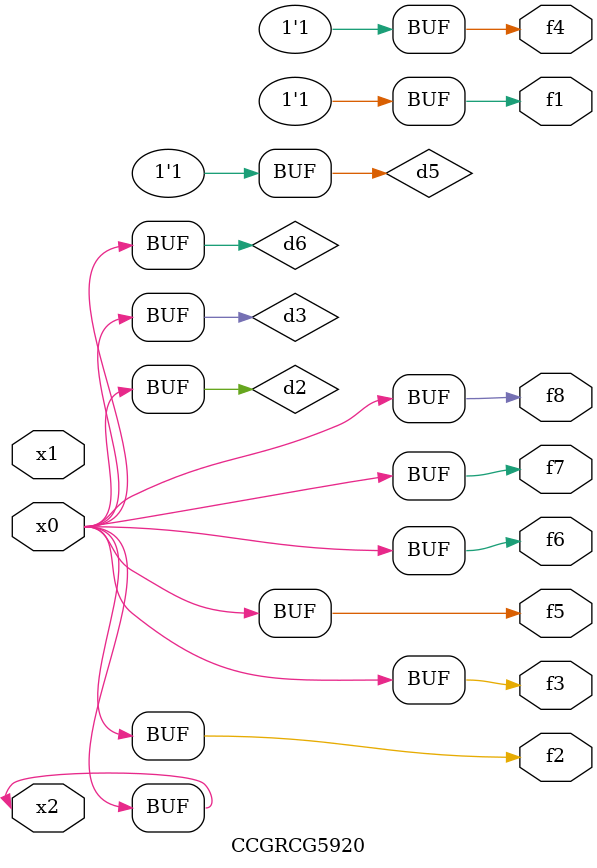
<source format=v>
module CCGRCG5920(
	input x0, x1, x2,
	output f1, f2, f3, f4, f5, f6, f7, f8
);

	wire d1, d2, d3, d4, d5, d6;

	xnor (d1, x2);
	buf (d2, x0, x2);
	and (d3, x0);
	xnor (d4, x1, x2);
	nand (d5, d1, d3);
	buf (d6, d2, d3);
	assign f1 = d5;
	assign f2 = d6;
	assign f3 = d6;
	assign f4 = d5;
	assign f5 = d6;
	assign f6 = d6;
	assign f7 = d6;
	assign f8 = d6;
endmodule

</source>
